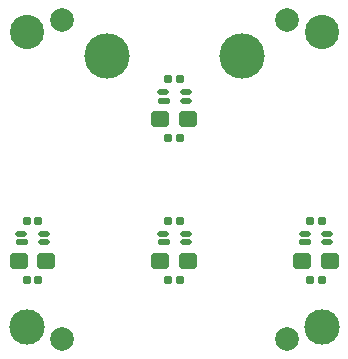
<source format=gbs>
G04*
G04 #@! TF.GenerationSoftware,Altium Limited,Altium Designer,19.1.8 (144)*
G04*
G04 Layer_Color=16711935*
%FSAX43Y43*%
%MOMM*%
G71*
G01*
G75*
%ADD21C,2.000*%
G04:AMPARAMS|DCode=24|XSize=0.7mm|YSize=0.7mm|CornerRadius=0.17mm|HoleSize=0mm|Usage=FLASHONLY|Rotation=0.000|XOffset=0mm|YOffset=0mm|HoleType=Round|Shape=RoundedRectangle|*
%AMROUNDEDRECTD24*
21,1,0.700,0.360,0,0,0.0*
21,1,0.360,0.700,0,0,0.0*
1,1,0.340,0.180,-0.180*
1,1,0.340,-0.180,-0.180*
1,1,0.340,-0.180,0.180*
1,1,0.340,0.180,0.180*
%
%ADD24ROUNDEDRECTD24*%
%ADD28C,3.850*%
%ADD29C,3.003*%
%ADD30C,2.900*%
G04:AMPARAMS|DCode=47|XSize=1.35mm|YSize=1.45mm|CornerRadius=0.175mm|HoleSize=0mm|Usage=FLASHONLY|Rotation=90.000|XOffset=0mm|YOffset=0mm|HoleType=Round|Shape=RoundedRectangle|*
%AMROUNDEDRECTD47*
21,1,1.350,1.100,0,0,90.0*
21,1,1.000,1.450,0,0,90.0*
1,1,0.350,0.550,0.500*
1,1,0.350,0.550,-0.500*
1,1,0.350,-0.550,-0.500*
1,1,0.350,-0.550,0.500*
%
%ADD47ROUNDEDRECTD47*%
G04:AMPARAMS|DCode=48|XSize=1.1mm|YSize=0.45mm|CornerRadius=0.138mm|HoleSize=0mm|Usage=FLASHONLY|Rotation=0.000|XOffset=0mm|YOffset=0mm|HoleType=Round|Shape=RoundedRectangle|*
%AMROUNDEDRECTD48*
21,1,1.100,0.175,0,0,0.0*
21,1,0.825,0.450,0,0,0.0*
1,1,0.275,0.413,-0.088*
1,1,0.275,-0.413,-0.088*
1,1,0.275,-0.413,0.088*
1,1,0.275,0.413,0.088*
%
%ADD48ROUNDEDRECTD48*%
G04:AMPARAMS|DCode=49|XSize=1mm|YSize=0.45mm|CornerRadius=0.138mm|HoleSize=0mm|Usage=FLASHONLY|Rotation=0.000|XOffset=0mm|YOffset=0mm|HoleType=Round|Shape=RoundedRectangle|*
%AMROUNDEDRECTD49*
21,1,1.000,0.175,0,0,0.0*
21,1,0.725,0.450,0,0,0.0*
1,1,0.275,0.363,-0.088*
1,1,0.275,-0.363,-0.088*
1,1,0.275,-0.363,0.088*
1,1,0.275,0.363,0.088*
%
%ADD49ROUNDEDRECTD49*%
D21*
X0105500Y0056500D02*
D03*
X0124500D02*
D03*
X0105500Y0083500D02*
D03*
X0124500D02*
D03*
D24*
X0102500Y0066500D02*
D03*
X0103500D02*
D03*
X0102500Y0061500D02*
D03*
X0103500D02*
D03*
X0114500Y0066500D02*
D03*
X0115500D02*
D03*
X0114500Y0061500D02*
D03*
X0115500D02*
D03*
X0114500Y0078500D02*
D03*
X0115500D02*
D03*
X0114500Y0073500D02*
D03*
X0115500Y0073500D02*
D03*
X0127500Y0061500D02*
D03*
X0126500D02*
D03*
X0127500Y0066500D02*
D03*
X0126500D02*
D03*
D28*
X0120715Y0080400D02*
D03*
X0109285D02*
D03*
D29*
X0102500Y0057500D02*
D03*
X0127500Y0057500D02*
D03*
D30*
X0102500Y0082500D02*
D03*
X0127500D02*
D03*
D47*
X0104175Y0063100D02*
D03*
X0101825D02*
D03*
X0116175D02*
D03*
X0113825D02*
D03*
X0116175Y0075100D02*
D03*
X0113825D02*
D03*
X0128175Y0063100D02*
D03*
X0125825D02*
D03*
D48*
X0102100Y0064650D02*
D03*
X0114100Y0064650D02*
D03*
Y0076650D02*
D03*
X0126100Y0064650D02*
D03*
D49*
X0102050Y0065350D02*
D03*
X0103950D02*
D03*
Y0064650D02*
D03*
X0114050Y0065350D02*
D03*
X0115950D02*
D03*
Y0064650D02*
D03*
X0114050Y0077350D02*
D03*
X0115950D02*
D03*
Y0076650D02*
D03*
X0126050Y0065350D02*
D03*
X0127950D02*
D03*
Y0064650D02*
D03*
M02*

</source>
